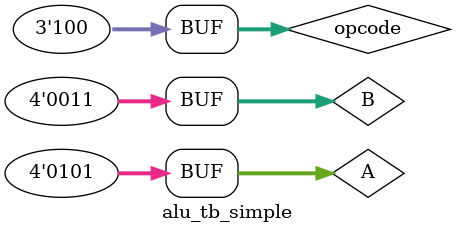
<source format=sv>
module alu_tb_simple;
reg [3:0] A, B;
reg [2:0] opcode;
wire [3:0] Result;

alu_4bit_simple uut(.A(A), .B(B), .opcode(opcode), .Result(Result));

initial begin
    $monitor("Time=%0t A=%b B=%b opcode=%b Result=%b", $time, A, B, opcode, Result);
    
    A = 4'b0101; B = 4'b0011; opcode = 3'b000; #10;
    opcode = 3'b001; #10;
    opcode = 3'b010; #10;
    opcode = 3'b011; #10;
    opcode = 3'b100; #10;
end
endmodule

</source>
